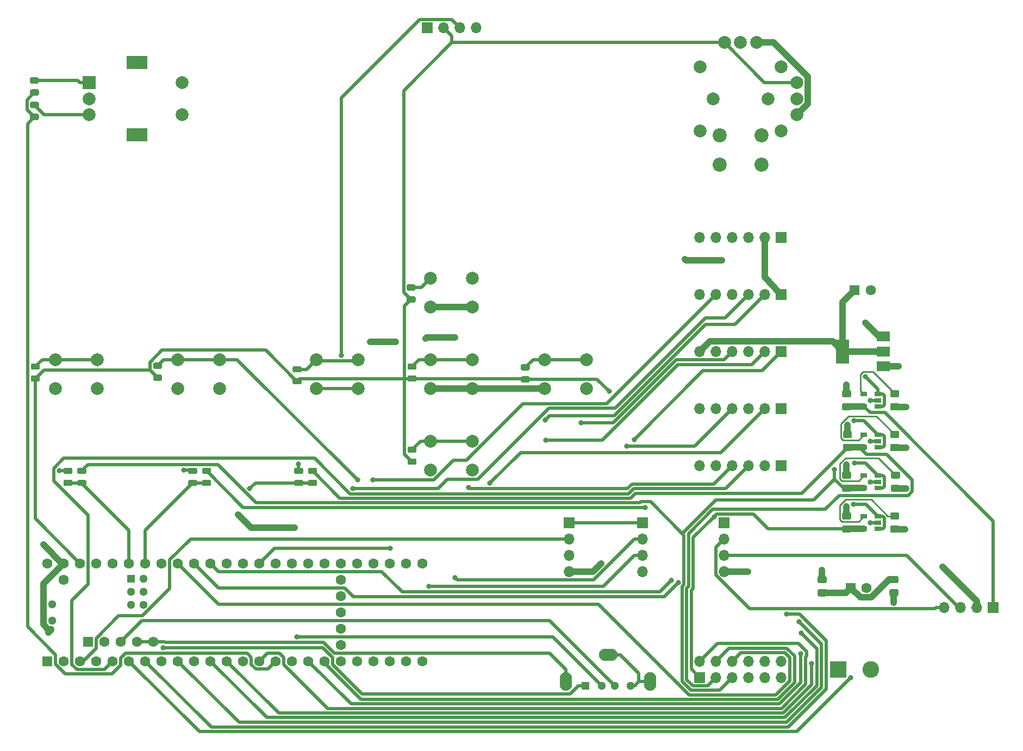
<source format=gbr>
%TF.GenerationSoftware,KiCad,Pcbnew,(5.1.6)-1*%
%TF.CreationDate,2020-11-12T15:31:55-08:00*%
%TF.ProjectId,userinterfacepcb,75736572-696e-4746-9572-666163657063,rev?*%
%TF.SameCoordinates,Original*%
%TF.FileFunction,Copper,L1,Top*%
%TF.FilePolarity,Positive*%
%FSLAX46Y46*%
G04 Gerber Fmt 4.6, Leading zero omitted, Abs format (unit mm)*
G04 Created by KiCad (PCBNEW (5.1.6)-1) date 2020-11-12 15:31:55*
%MOMM*%
%LPD*%
G01*
G04 APERTURE LIST*
%TA.AperFunction,ComponentPad*%
%ADD10C,1.600000*%
%TD*%
%TA.AperFunction,ComponentPad*%
%ADD11R,1.600000X1.600000*%
%TD*%
%TA.AperFunction,ComponentPad*%
%ADD12R,2.000000X2.000000*%
%TD*%
%TA.AperFunction,ComponentPad*%
%ADD13C,2.000000*%
%TD*%
%TA.AperFunction,ComponentPad*%
%ADD14R,3.200000X2.000000*%
%TD*%
%TA.AperFunction,WasherPad*%
%ADD15C,2.000000*%
%TD*%
%TA.AperFunction,ComponentPad*%
%ADD16C,2.200000*%
%TD*%
%TA.AperFunction,SMDPad,CuDef*%
%ADD17R,1.060000X0.650000*%
%TD*%
%TA.AperFunction,SMDPad,CuDef*%
%ADD18R,2.000000X1.500000*%
%TD*%
%TA.AperFunction,SMDPad,CuDef*%
%ADD19R,2.000000X3.800000*%
%TD*%
%TA.AperFunction,ComponentPad*%
%ADD20O,1.700000X1.700000*%
%TD*%
%TA.AperFunction,ComponentPad*%
%ADD21R,1.700000X1.700000*%
%TD*%
%TA.AperFunction,ComponentPad*%
%ADD22C,2.600000*%
%TD*%
%TA.AperFunction,ComponentPad*%
%ADD23R,2.600000X2.600000*%
%TD*%
%TA.AperFunction,ComponentPad*%
%ADD24O,2.900000X1.900000*%
%TD*%
%TA.AperFunction,ComponentPad*%
%ADD25O,1.900000X2.900000*%
%TD*%
%TA.AperFunction,ComponentPad*%
%ADD26C,1.300000*%
%TD*%
%TA.AperFunction,ComponentPad*%
%ADD27R,1.300000X1.300000*%
%TD*%
%TA.AperFunction,ViaPad*%
%ADD28C,0.800000*%
%TD*%
%TA.AperFunction,Conductor*%
%ADD29C,0.500000*%
%TD*%
%TA.AperFunction,Conductor*%
%ADD30C,1.000000*%
%TD*%
%TA.AperFunction,Conductor*%
%ADD31C,0.250000*%
%TD*%
G04 APERTURE END LIST*
D10*
%TO.P,C2,2*%
%TO.N,GND*%
X245705000Y-114300000D03*
D11*
%TO.P,C2,1*%
%TO.N,+15V*%
X243205000Y-114300000D03*
%TD*%
%TO.P,C1,2*%
%TO.N,GND*%
%TA.AperFunction,SMDPad,CuDef*%
G36*
G01*
X249485999Y-114496000D02*
X250386001Y-114496000D01*
G75*
G02*
X250636000Y-114745999I0J-249999D01*
G01*
X250636000Y-115396001D01*
G75*
G02*
X250386001Y-115646000I-249999J0D01*
G01*
X249485999Y-115646000D01*
G75*
G02*
X249236000Y-115396001I0J249999D01*
G01*
X249236000Y-114745999D01*
G75*
G02*
X249485999Y-114496000I249999J0D01*
G01*
G37*
%TD.AperFunction*%
%TO.P,C1,1*%
%TO.N,+15V*%
%TA.AperFunction,SMDPad,CuDef*%
G36*
G01*
X249485999Y-112446000D02*
X250386001Y-112446000D01*
G75*
G02*
X250636000Y-112695999I0J-249999D01*
G01*
X250636000Y-113346001D01*
G75*
G02*
X250386001Y-113596000I-249999J0D01*
G01*
X249485999Y-113596000D01*
G75*
G02*
X249236000Y-113346001I0J249999D01*
G01*
X249236000Y-112695999D01*
G75*
G02*
X249485999Y-112446000I249999J0D01*
G01*
G37*
%TD.AperFunction*%
%TD*%
D12*
%TO.P,SW1,A*%
%TO.N,Net-(R6-Pad2)*%
X124587000Y-35598100D03*
D13*
%TO.P,SW1,C*%
%TO.N,GND*%
X124587000Y-38098100D03*
%TO.P,SW1,B*%
%TO.N,Net-(R5-Pad2)*%
X124587000Y-40598100D03*
D14*
%TO.P,SW1,MP*%
%TO.N,N/C*%
X132087000Y-32498100D03*
X132087000Y-43698100D03*
D13*
%TO.P,SW1,S2*%
X139087000Y-35598100D03*
%TO.P,SW1,S1*%
X139087000Y-40598100D03*
%TD*%
%TO.P,R19,2*%
%TO.N,/ENCODERSEL*%
%TA.AperFunction,SMDPad,CuDef*%
G36*
G01*
X116661250Y-80322000D02*
X115748750Y-80322000D01*
G75*
G02*
X115505000Y-80078250I0J243750D01*
G01*
X115505000Y-79590750D01*
G75*
G02*
X115748750Y-79347000I243750J0D01*
G01*
X116661250Y-79347000D01*
G75*
G02*
X116905000Y-79590750I0J-243750D01*
G01*
X116905000Y-80078250D01*
G75*
G02*
X116661250Y-80322000I-243750J0D01*
G01*
G37*
%TD.AperFunction*%
%TO.P,R19,1*%
%TO.N,+3V3*%
%TA.AperFunction,SMDPad,CuDef*%
G36*
G01*
X116661250Y-82197000D02*
X115748750Y-82197000D01*
G75*
G02*
X115505000Y-81953250I0J243750D01*
G01*
X115505000Y-81465750D01*
G75*
G02*
X115748750Y-81222000I243750J0D01*
G01*
X116661250Y-81222000D01*
G75*
G02*
X116905000Y-81465750I0J-243750D01*
G01*
X116905000Y-81953250D01*
G75*
G02*
X116661250Y-82197000I-243750J0D01*
G01*
G37*
%TD.AperFunction*%
%TD*%
%TO.P,R17,2*%
%TO.N,/SELECT*%
%TA.AperFunction,SMDPad,CuDef*%
G36*
G01*
X175335250Y-80322000D02*
X174422750Y-80322000D01*
G75*
G02*
X174179000Y-80078250I0J243750D01*
G01*
X174179000Y-79590750D01*
G75*
G02*
X174422750Y-79347000I243750J0D01*
G01*
X175335250Y-79347000D01*
G75*
G02*
X175579000Y-79590750I0J-243750D01*
G01*
X175579000Y-80078250D01*
G75*
G02*
X175335250Y-80322000I-243750J0D01*
G01*
G37*
%TD.AperFunction*%
%TO.P,R17,1*%
%TO.N,+3V3*%
%TA.AperFunction,SMDPad,CuDef*%
G36*
G01*
X175335250Y-82197000D02*
X174422750Y-82197000D01*
G75*
G02*
X174179000Y-81953250I0J243750D01*
G01*
X174179000Y-81465750D01*
G75*
G02*
X174422750Y-81222000I243750J0D01*
G01*
X175335250Y-81222000D01*
G75*
G02*
X175579000Y-81465750I0J-243750D01*
G01*
X175579000Y-81953250D01*
G75*
G02*
X175335250Y-82197000I-243750J0D01*
G01*
G37*
%TD.AperFunction*%
%TD*%
%TO.P,R16,2*%
%TO.N,/RIGHT*%
%TA.AperFunction,SMDPad,CuDef*%
G36*
G01*
X192988250Y-80449000D02*
X192075750Y-80449000D01*
G75*
G02*
X191832000Y-80205250I0J243750D01*
G01*
X191832000Y-79717750D01*
G75*
G02*
X192075750Y-79474000I243750J0D01*
G01*
X192988250Y-79474000D01*
G75*
G02*
X193232000Y-79717750I0J-243750D01*
G01*
X193232000Y-80205250D01*
G75*
G02*
X192988250Y-80449000I-243750J0D01*
G01*
G37*
%TD.AperFunction*%
%TO.P,R16,1*%
%TO.N,+3V3*%
%TA.AperFunction,SMDPad,CuDef*%
G36*
G01*
X192988250Y-82324000D02*
X192075750Y-82324000D01*
G75*
G02*
X191832000Y-82080250I0J243750D01*
G01*
X191832000Y-81592750D01*
G75*
G02*
X192075750Y-81349000I243750J0D01*
G01*
X192988250Y-81349000D01*
G75*
G02*
X193232000Y-81592750I0J-243750D01*
G01*
X193232000Y-82080250D01*
G75*
G02*
X192988250Y-82324000I-243750J0D01*
G01*
G37*
%TD.AperFunction*%
%TD*%
D15*
%TO.P,U5,*%
%TO.N,*%
X230360000Y-38100000D03*
X221760000Y-38100000D03*
X232385000Y-43100000D03*
X219735000Y-43100000D03*
X232385000Y-33100000D03*
X219735000Y-33100000D03*
D16*
%TO.P,U5,10*%
%TO.N,N/C*%
X229310000Y-48350000D03*
%TO.P,U5,9*%
X229310000Y-43850000D03*
%TO.P,U5,8*%
X222810000Y-48350000D03*
%TO.P,U5,7*%
X222810000Y-43850000D03*
D13*
%TO.P,U5,1*%
%TO.N,GND*%
X234790000Y-40600000D03*
%TO.P,U5,3*%
%TO.N,+3V3*%
X234790000Y-35600000D03*
%TO.P,U5,2*%
%TO.N,/JOYAX2*%
X234790000Y-38100000D03*
%TO.P,U5,4*%
%TO.N,GND*%
X228560000Y-29370000D03*
%TO.P,U5,6*%
%TO.N,+3V3*%
X223560000Y-29370000D03*
%TO.P,U5,5*%
%TO.N,/JOYAX1*%
X226060000Y-29370000D03*
%TD*%
%TO.P,R14,2*%
%TO.N,/DOWN*%
%TA.AperFunction,SMDPad,CuDef*%
G36*
G01*
X175335250Y-93276000D02*
X174422750Y-93276000D01*
G75*
G02*
X174179000Y-93032250I0J243750D01*
G01*
X174179000Y-92544750D01*
G75*
G02*
X174422750Y-92301000I243750J0D01*
G01*
X175335250Y-92301000D01*
G75*
G02*
X175579000Y-92544750I0J-243750D01*
G01*
X175579000Y-93032250D01*
G75*
G02*
X175335250Y-93276000I-243750J0D01*
G01*
G37*
%TD.AperFunction*%
%TO.P,R14,1*%
%TO.N,+3V3*%
%TA.AperFunction,SMDPad,CuDef*%
G36*
G01*
X175335250Y-95151000D02*
X174422750Y-95151000D01*
G75*
G02*
X174179000Y-94907250I0J243750D01*
G01*
X174179000Y-94419750D01*
G75*
G02*
X174422750Y-94176000I243750J0D01*
G01*
X175335250Y-94176000D01*
G75*
G02*
X175579000Y-94419750I0J-243750D01*
G01*
X175579000Y-94907250D01*
G75*
G02*
X175335250Y-95151000I-243750J0D01*
G01*
G37*
%TD.AperFunction*%
%TD*%
%TO.P,SW5,1*%
%TO.N,/RIGHT*%
X202080000Y-78740000D03*
%TO.P,SW5,2*%
%TO.N,GND*%
X202080000Y-83240000D03*
%TO.P,SW5,1*%
%TO.N,/RIGHT*%
X195580000Y-78740000D03*
%TO.P,SW5,2*%
%TO.N,GND*%
X195580000Y-83240000D03*
%TD*%
D17*
%TO.P,U7,5*%
%TO.N,/33VBAR*%
X245280000Y-86040000D03*
%TO.P,U7,4*%
%TO.N,Net-(C7-Pad1)*%
X245280000Y-84140000D03*
%TO.P,U7,3*%
%TO.N,+15V*%
X247480000Y-84140000D03*
%TO.P,U7,2*%
%TO.N,GND*%
X247480000Y-85090000D03*
%TO.P,U7,1*%
%TO.N,+15V*%
X247480000Y-86040000D03*
%TD*%
D13*
%TO.P,SW8,1*%
%TO.N,/ENCODERSEL*%
X125880000Y-78740000D03*
%TO.P,SW8,2*%
%TO.N,GND*%
X125880000Y-83240000D03*
%TO.P,SW8,1*%
%TO.N,/ENCODERSEL*%
X119380000Y-78740000D03*
%TO.P,SW8,2*%
%TO.N,GND*%
X119380000Y-83240000D03*
%TD*%
%TO.P,SW4,1*%
%TO.N,/LEFT*%
X166520000Y-78740000D03*
%TO.P,SW4,2*%
%TO.N,GND*%
X166520000Y-83240000D03*
%TO.P,SW4,1*%
%TO.N,/LEFT*%
X160020000Y-78740000D03*
%TO.P,SW4,2*%
%TO.N,GND*%
X160020000Y-83240000D03*
%TD*%
%TO.P,R18,2*%
%TO.N,/NEXT*%
%TA.AperFunction,SMDPad,CuDef*%
G36*
G01*
X135711250Y-80195000D02*
X134798750Y-80195000D01*
G75*
G02*
X134555000Y-79951250I0J243750D01*
G01*
X134555000Y-79463750D01*
G75*
G02*
X134798750Y-79220000I243750J0D01*
G01*
X135711250Y-79220000D01*
G75*
G02*
X135955000Y-79463750I0J-243750D01*
G01*
X135955000Y-79951250D01*
G75*
G02*
X135711250Y-80195000I-243750J0D01*
G01*
G37*
%TD.AperFunction*%
%TO.P,R18,1*%
%TO.N,+3V3*%
%TA.AperFunction,SMDPad,CuDef*%
G36*
G01*
X135711250Y-82070000D02*
X134798750Y-82070000D01*
G75*
G02*
X134555000Y-81826250I0J243750D01*
G01*
X134555000Y-81338750D01*
G75*
G02*
X134798750Y-81095000I243750J0D01*
G01*
X135711250Y-81095000D01*
G75*
G02*
X135955000Y-81338750I0J-243750D01*
G01*
X135955000Y-81826250D01*
G75*
G02*
X135711250Y-82070000I-243750J0D01*
G01*
G37*
%TD.AperFunction*%
%TD*%
%TO.P,SW3,1*%
%TO.N,/DOWN*%
X184300000Y-91440000D03*
%TO.P,SW3,2*%
%TO.N,GND*%
X184300000Y-95940000D03*
%TO.P,SW3,1*%
%TO.N,/DOWN*%
X177800000Y-91440000D03*
%TO.P,SW3,2*%
%TO.N,GND*%
X177800000Y-95940000D03*
%TD*%
%TO.P,R15,2*%
%TO.N,/LEFT*%
%TA.AperFunction,SMDPad,CuDef*%
G36*
G01*
X157428250Y-80751500D02*
X156515750Y-80751500D01*
G75*
G02*
X156272000Y-80507750I0J243750D01*
G01*
X156272000Y-80020250D01*
G75*
G02*
X156515750Y-79776500I243750J0D01*
G01*
X157428250Y-79776500D01*
G75*
G02*
X157672000Y-80020250I0J-243750D01*
G01*
X157672000Y-80507750D01*
G75*
G02*
X157428250Y-80751500I-243750J0D01*
G01*
G37*
%TD.AperFunction*%
%TO.P,R15,1*%
%TO.N,+3V3*%
%TA.AperFunction,SMDPad,CuDef*%
G36*
G01*
X157428250Y-82626500D02*
X156515750Y-82626500D01*
G75*
G02*
X156272000Y-82382750I0J243750D01*
G01*
X156272000Y-81895250D01*
G75*
G02*
X156515750Y-81651500I243750J0D01*
G01*
X157428250Y-81651500D01*
G75*
G02*
X157672000Y-81895250I0J-243750D01*
G01*
X157672000Y-82382750D01*
G75*
G02*
X157428250Y-82626500I-243750J0D01*
G01*
G37*
%TD.AperFunction*%
%TD*%
%TO.P,SW7,1*%
%TO.N,/NEXT*%
X144930000Y-78740000D03*
%TO.P,SW7,2*%
%TO.N,GND*%
X144930000Y-83240000D03*
%TO.P,SW7,1*%
%TO.N,/NEXT*%
X138430000Y-78740000D03*
%TO.P,SW7,2*%
%TO.N,GND*%
X138430000Y-83240000D03*
%TD*%
%TO.P,SW2,1*%
%TO.N,/UP*%
X184300000Y-66040000D03*
%TO.P,SW2,2*%
%TO.N,GND*%
X184300000Y-70540000D03*
%TO.P,SW2,1*%
%TO.N,/UP*%
X177800000Y-66040000D03*
%TO.P,SW2,2*%
%TO.N,GND*%
X177800000Y-70540000D03*
%TD*%
D18*
%TO.P,U6,1*%
%TO.N,GND*%
X248260000Y-79770000D03*
%TO.P,U6,3*%
%TO.N,+15V*%
X248260000Y-75170000D03*
%TO.P,U6,2*%
%TO.N,+5V*%
X248260000Y-77470000D03*
D19*
X241960000Y-77470000D03*
%TD*%
D13*
%TO.P,SW6,1*%
%TO.N,/SELECT*%
X184300000Y-78740000D03*
%TO.P,SW6,2*%
%TO.N,GND*%
X184300000Y-83240000D03*
%TO.P,SW6,1*%
%TO.N,/SELECT*%
X177800000Y-78740000D03*
%TO.P,SW6,2*%
%TO.N,GND*%
X177800000Y-83240000D03*
%TD*%
%TO.P,C3,2*%
%TO.N,GND*%
%TA.AperFunction,SMDPad,CuDef*%
G36*
G01*
X239210001Y-113605000D02*
X238309999Y-113605000D01*
G75*
G02*
X238060000Y-113355001I0J249999D01*
G01*
X238060000Y-112704999D01*
G75*
G02*
X238309999Y-112455000I249999J0D01*
G01*
X239210001Y-112455000D01*
G75*
G02*
X239460000Y-112704999I0J-249999D01*
G01*
X239460000Y-113355001D01*
G75*
G02*
X239210001Y-113605000I-249999J0D01*
G01*
G37*
%TD.AperFunction*%
%TO.P,C3,1*%
%TO.N,+15V*%
%TA.AperFunction,SMDPad,CuDef*%
G36*
G01*
X239210001Y-115655000D02*
X238309999Y-115655000D01*
G75*
G02*
X238060000Y-115405001I0J249999D01*
G01*
X238060000Y-114754999D01*
G75*
G02*
X238309999Y-114505000I249999J0D01*
G01*
X239210001Y-114505000D01*
G75*
G02*
X239460000Y-114754999I0J-249999D01*
G01*
X239460000Y-115405001D01*
G75*
G02*
X239210001Y-115655000I-249999J0D01*
G01*
G37*
%TD.AperFunction*%
%TD*%
D10*
%TO.P,C11,2*%
%TO.N,GND*%
X246340000Y-67945000D03*
D11*
%TO.P,C11,1*%
%TO.N,+5V*%
X243840000Y-67945000D03*
%TD*%
%TO.P,C12,2*%
%TO.N,GND*%
%TA.AperFunction,SMDPad,CuDef*%
G36*
G01*
X243020001Y-84640000D02*
X242119999Y-84640000D01*
G75*
G02*
X241870000Y-84390001I0J249999D01*
G01*
X241870000Y-83739999D01*
G75*
G02*
X242119999Y-83490000I249999J0D01*
G01*
X243020001Y-83490000D01*
G75*
G02*
X243270000Y-83739999I0J-249999D01*
G01*
X243270000Y-84390001D01*
G75*
G02*
X243020001Y-84640000I-249999J0D01*
G01*
G37*
%TD.AperFunction*%
%TO.P,C12,1*%
%TO.N,/33VBAR*%
%TA.AperFunction,SMDPad,CuDef*%
G36*
G01*
X243020001Y-86690000D02*
X242119999Y-86690000D01*
G75*
G02*
X241870000Y-86440001I0J249999D01*
G01*
X241870000Y-85789999D01*
G75*
G02*
X242119999Y-85540000I249999J0D01*
G01*
X243020001Y-85540000D01*
G75*
G02*
X243270000Y-85789999I0J-249999D01*
G01*
X243270000Y-86440001D01*
G75*
G02*
X243020001Y-86690000I-249999J0D01*
G01*
G37*
%TD.AperFunction*%
%TD*%
%TO.P,C9,2*%
%TO.N,GND*%
%TA.AperFunction,SMDPad,CuDef*%
G36*
G01*
X243020001Y-97340000D02*
X242119999Y-97340000D01*
G75*
G02*
X241870000Y-97090001I0J249999D01*
G01*
X241870000Y-96439999D01*
G75*
G02*
X242119999Y-96190000I249999J0D01*
G01*
X243020001Y-96190000D01*
G75*
G02*
X243270000Y-96439999I0J-249999D01*
G01*
X243270000Y-97090001D01*
G75*
G02*
X243020001Y-97340000I-249999J0D01*
G01*
G37*
%TD.AperFunction*%
%TO.P,C9,1*%
%TO.N,+5VA*%
%TA.AperFunction,SMDPad,CuDef*%
G36*
G01*
X243020001Y-99390000D02*
X242119999Y-99390000D01*
G75*
G02*
X241870000Y-99140001I0J249999D01*
G01*
X241870000Y-98489999D01*
G75*
G02*
X242119999Y-98240000I249999J0D01*
G01*
X243020001Y-98240000D01*
G75*
G02*
X243270000Y-98489999I0J-249999D01*
G01*
X243270000Y-99140001D01*
G75*
G02*
X243020001Y-99390000I-249999J0D01*
G01*
G37*
%TD.AperFunction*%
%TD*%
%TO.P,C6,2*%
%TO.N,GND*%
%TA.AperFunction,SMDPad,CuDef*%
G36*
G01*
X249612999Y-91890000D02*
X250513001Y-91890000D01*
G75*
G02*
X250763000Y-92139999I0J-249999D01*
G01*
X250763000Y-92790001D01*
G75*
G02*
X250513001Y-93040000I-249999J0D01*
G01*
X249612999Y-93040000D01*
G75*
G02*
X249363000Y-92790001I0J249999D01*
G01*
X249363000Y-92139999D01*
G75*
G02*
X249612999Y-91890000I249999J0D01*
G01*
G37*
%TD.AperFunction*%
%TO.P,C6,1*%
%TO.N,Net-(C6-Pad1)*%
%TA.AperFunction,SMDPad,CuDef*%
G36*
G01*
X249612999Y-89840000D02*
X250513001Y-89840000D01*
G75*
G02*
X250763000Y-90089999I0J-249999D01*
G01*
X250763000Y-90740001D01*
G75*
G02*
X250513001Y-90990000I-249999J0D01*
G01*
X249612999Y-90990000D01*
G75*
G02*
X249363000Y-90740001I0J249999D01*
G01*
X249363000Y-90089999D01*
G75*
G02*
X249612999Y-89840000I249999J0D01*
G01*
G37*
%TD.AperFunction*%
%TD*%
%TO.P,C8,2*%
%TO.N,GND*%
%TA.AperFunction,SMDPad,CuDef*%
G36*
G01*
X243020001Y-103690000D02*
X242119999Y-103690000D01*
G75*
G02*
X241870000Y-103440001I0J249999D01*
G01*
X241870000Y-102789999D01*
G75*
G02*
X242119999Y-102540000I249999J0D01*
G01*
X243020001Y-102540000D01*
G75*
G02*
X243270000Y-102789999I0J-249999D01*
G01*
X243270000Y-103440001D01*
G75*
G02*
X243020001Y-103690000I-249999J0D01*
G01*
G37*
%TD.AperFunction*%
%TO.P,C8,1*%
%TO.N,+10V*%
%TA.AperFunction,SMDPad,CuDef*%
G36*
G01*
X243020001Y-105740000D02*
X242119999Y-105740000D01*
G75*
G02*
X241870000Y-105490001I0J249999D01*
G01*
X241870000Y-104839999D01*
G75*
G02*
X242119999Y-104590000I249999J0D01*
G01*
X243020001Y-104590000D01*
G75*
G02*
X243270000Y-104839999I0J-249999D01*
G01*
X243270000Y-105490001D01*
G75*
G02*
X243020001Y-105740000I-249999J0D01*
G01*
G37*
%TD.AperFunction*%
%TD*%
%TO.P,C5,2*%
%TO.N,GND*%
%TA.AperFunction,SMDPad,CuDef*%
G36*
G01*
X249739999Y-98231000D02*
X250640001Y-98231000D01*
G75*
G02*
X250890000Y-98480999I0J-249999D01*
G01*
X250890000Y-99131001D01*
G75*
G02*
X250640001Y-99381000I-249999J0D01*
G01*
X249739999Y-99381000D01*
G75*
G02*
X249490000Y-99131001I0J249999D01*
G01*
X249490000Y-98480999D01*
G75*
G02*
X249739999Y-98231000I249999J0D01*
G01*
G37*
%TD.AperFunction*%
%TO.P,C5,1*%
%TO.N,Net-(C5-Pad1)*%
%TA.AperFunction,SMDPad,CuDef*%
G36*
G01*
X249739999Y-96181000D02*
X250640001Y-96181000D01*
G75*
G02*
X250890000Y-96430999I0J-249999D01*
G01*
X250890000Y-97081001D01*
G75*
G02*
X250640001Y-97331000I-249999J0D01*
G01*
X249739999Y-97331000D01*
G75*
G02*
X249490000Y-97081001I0J249999D01*
G01*
X249490000Y-96430999D01*
G75*
G02*
X249739999Y-96181000I249999J0D01*
G01*
G37*
%TD.AperFunction*%
%TD*%
%TO.P,C4,2*%
%TO.N,GND*%
%TA.AperFunction,SMDPad,CuDef*%
G36*
G01*
X249612999Y-104590000D02*
X250513001Y-104590000D01*
G75*
G02*
X250763000Y-104839999I0J-249999D01*
G01*
X250763000Y-105490001D01*
G75*
G02*
X250513001Y-105740000I-249999J0D01*
G01*
X249612999Y-105740000D01*
G75*
G02*
X249363000Y-105490001I0J249999D01*
G01*
X249363000Y-104839999D01*
G75*
G02*
X249612999Y-104590000I249999J0D01*
G01*
G37*
%TD.AperFunction*%
%TO.P,C4,1*%
%TO.N,Net-(C4-Pad1)*%
%TA.AperFunction,SMDPad,CuDef*%
G36*
G01*
X249612999Y-102540000D02*
X250513001Y-102540000D01*
G75*
G02*
X250763000Y-102789999I0J-249999D01*
G01*
X250763000Y-103440001D01*
G75*
G02*
X250513001Y-103690000I-249999J0D01*
G01*
X249612999Y-103690000D01*
G75*
G02*
X249363000Y-103440001I0J249999D01*
G01*
X249363000Y-102789999D01*
G75*
G02*
X249612999Y-102540000I249999J0D01*
G01*
G37*
%TD.AperFunction*%
%TD*%
%TO.P,C10,2*%
%TO.N,GND*%
%TA.AperFunction,SMDPad,CuDef*%
G36*
G01*
X243147001Y-90990000D02*
X242246999Y-90990000D01*
G75*
G02*
X241997000Y-90740001I0J249999D01*
G01*
X241997000Y-90089999D01*
G75*
G02*
X242246999Y-89840000I249999J0D01*
G01*
X243147001Y-89840000D01*
G75*
G02*
X243397000Y-90089999I0J-249999D01*
G01*
X243397000Y-90740001D01*
G75*
G02*
X243147001Y-90990000I-249999J0D01*
G01*
G37*
%TD.AperFunction*%
%TO.P,C10,1*%
%TO.N,+3.3VA*%
%TA.AperFunction,SMDPad,CuDef*%
G36*
G01*
X243147001Y-93040000D02*
X242246999Y-93040000D01*
G75*
G02*
X241997000Y-92790001I0J249999D01*
G01*
X241997000Y-92139999D01*
G75*
G02*
X242246999Y-91890000I249999J0D01*
G01*
X243147001Y-91890000D01*
G75*
G02*
X243397000Y-92139999I0J-249999D01*
G01*
X243397000Y-92790001D01*
G75*
G02*
X243147001Y-93040000I-249999J0D01*
G01*
G37*
%TD.AperFunction*%
%TD*%
%TO.P,C7,2*%
%TO.N,GND*%
%TA.AperFunction,SMDPad,CuDef*%
G36*
G01*
X249612999Y-85540000D02*
X250513001Y-85540000D01*
G75*
G02*
X250763000Y-85789999I0J-249999D01*
G01*
X250763000Y-86440001D01*
G75*
G02*
X250513001Y-86690000I-249999J0D01*
G01*
X249612999Y-86690000D01*
G75*
G02*
X249363000Y-86440001I0J249999D01*
G01*
X249363000Y-85789999D01*
G75*
G02*
X249612999Y-85540000I249999J0D01*
G01*
G37*
%TD.AperFunction*%
%TO.P,C7,1*%
%TO.N,Net-(C7-Pad1)*%
%TA.AperFunction,SMDPad,CuDef*%
G36*
G01*
X249612999Y-83490000D02*
X250513001Y-83490000D01*
G75*
G02*
X250763000Y-83739999I0J-249999D01*
G01*
X250763000Y-84390001D01*
G75*
G02*
X250513001Y-84640000I-249999J0D01*
G01*
X249612999Y-84640000D01*
G75*
G02*
X249363000Y-84390001I0J249999D01*
G01*
X249363000Y-83739999D01*
G75*
G02*
X249612999Y-83490000I249999J0D01*
G01*
G37*
%TD.AperFunction*%
%TD*%
D20*
%TO.P,J8,6*%
%TO.N,+5V*%
X219710000Y-95250000D03*
%TO.P,J8,5*%
%TO.N,GND*%
X222250000Y-95250000D03*
%TO.P,J8,4*%
%TO.N,/STEPPER1_4*%
X224790000Y-95250000D03*
%TO.P,J8,3*%
%TO.N,/STEPPER1_3*%
X227330000Y-95250000D03*
%TO.P,J8,2*%
%TO.N,/STEPPER1_2*%
X229870000Y-95250000D03*
D21*
%TO.P,J8,1*%
%TO.N,/STEPPER1_1*%
X232410000Y-95250000D03*
%TD*%
D20*
%TO.P,J7,4*%
%TO.N,GND*%
X210820000Y-111760000D03*
%TO.P,J7,3*%
%TO.N,/RX2OUT*%
X210820000Y-109220000D03*
%TO.P,J7,2*%
%TO.N,/TX2OUT*%
X210820000Y-106680000D03*
D21*
%TO.P,J7,1*%
%TO.N,+3V3*%
X210820000Y-104140000D03*
%TD*%
D17*
%TO.P,U4,5*%
%TO.N,+3.3VA*%
X245280000Y-92390000D03*
%TO.P,U4,4*%
%TO.N,Net-(C6-Pad1)*%
X245280000Y-90490000D03*
%TO.P,U4,3*%
%TO.N,+15V*%
X247480000Y-90490000D03*
%TO.P,U4,2*%
%TO.N,GND*%
X247480000Y-91440000D03*
%TO.P,U4,1*%
%TO.N,+15V*%
X247480000Y-92390000D03*
%TD*%
D20*
%TO.P,J6,4*%
%TO.N,GND*%
X223520000Y-111760000D03*
%TO.P,J6,3*%
%TO.N,/DISPLAYSDA*%
X223520000Y-109220000D03*
%TO.P,J6,2*%
%TO.N,/DISPLAYSCL*%
X223520000Y-106680000D03*
D21*
%TO.P,J6,1*%
%TO.N,+3V3*%
X223520000Y-104140000D03*
%TD*%
D17*
%TO.P,U3,5*%
%TO.N,+5VA*%
X245280000Y-98740000D03*
%TO.P,U3,4*%
%TO.N,Net-(C5-Pad1)*%
X245280000Y-96840000D03*
%TO.P,U3,3*%
%TO.N,+15V*%
X247480000Y-96840000D03*
%TO.P,U3,2*%
%TO.N,GND*%
X247480000Y-97790000D03*
%TO.P,U3,1*%
%TO.N,+15V*%
X247480000Y-98740000D03*
%TD*%
%TO.P,U2,5*%
%TO.N,+10V*%
X245280000Y-105090000D03*
%TO.P,U2,4*%
%TO.N,Net-(C4-Pad1)*%
X245280000Y-103190000D03*
%TO.P,U2,3*%
%TO.N,+15V*%
X247480000Y-103190000D03*
%TO.P,U2,2*%
%TO.N,GND*%
X247480000Y-104140000D03*
%TO.P,U2,1*%
%TO.N,+15V*%
X247480000Y-105090000D03*
%TD*%
D22*
%TO.P,J1,2*%
%TO.N,GND*%
X246380000Y-127000000D03*
D23*
%TO.P,J1,1*%
%TO.N,+15V*%
X241300000Y-127000000D03*
%TD*%
D20*
%TO.P,J2,4*%
%TO.N,GND*%
X199390000Y-111760000D03*
%TO.P,J2,3*%
%TO.N,/RX1OUT*%
X199390000Y-109220000D03*
%TO.P,J2,2*%
%TO.N,/TX1OUT*%
X199390000Y-106680000D03*
D21*
%TO.P,J2,1*%
%TO.N,+3V3*%
X199390000Y-104140000D03*
%TD*%
D20*
%TO.P,J4,6*%
%TO.N,+10V*%
X219710000Y-68580000D03*
%TO.P,J4,5*%
%TO.N,/TIA_DIN*%
X222250000Y-68580000D03*
%TO.P,J4,4*%
%TO.N,/TIA_SCLK*%
X224790000Y-68580000D03*
%TO.P,J4,3*%
%TO.N,/TIA_DOUT*%
X227330000Y-68580000D03*
%TO.P,J4,2*%
%TO.N,/TIA_CONVST*%
X229870000Y-68580000D03*
D21*
%TO.P,J4,1*%
%TO.N,GND*%
X232410000Y-68580000D03*
%TD*%
D24*
%TO.P,J3,5*%
%TO.N,Net-(J3-Pad4)*%
X205430000Y-124760000D03*
D25*
X212000000Y-128940000D03*
X198860000Y-128940000D03*
D26*
%TO.P,J3,4*%
X208930000Y-129540000D03*
%TO.P,J3,3*%
%TO.N,Net-(J3-Pad3)*%
X206430000Y-129540000D03*
%TO.P,J3,2*%
%TO.N,Net-(J3-Pad2)*%
X204430000Y-129540000D03*
D27*
%TO.P,J3,1*%
%TO.N,Net-(J3-Pad1)*%
X201930000Y-129540000D03*
%TD*%
D26*
%TO.P,U1,67*%
%TO.N,N/C*%
X118840000Y-116840000D03*
%TO.P,U1,66*%
X118840000Y-119380000D03*
D10*
%TO.P,U1,54*%
X163830000Y-113030000D03*
%TO.P,U1,53*%
X163830000Y-115570000D03*
%TO.P,U1,52*%
X163830000Y-118110000D03*
%TO.P,U1,51*%
X163830000Y-120650000D03*
%TO.P,U1,50*%
X163830000Y-123190000D03*
D26*
%TO.P,U1,62*%
X131080000Y-116928400D03*
%TO.P,U1,63*%
X133080000Y-116928400D03*
%TO.P,U1,64*%
X133080000Y-114928400D03*
%TO.P,U1,61*%
X131080000Y-114928400D03*
%TO.P,U1,65*%
X133080000Y-112928400D03*
D27*
%TO.P,U1,60*%
X131080000Y-112928400D03*
D10*
%TO.P,U1,17*%
%TO.N,/STEPPER3_3*%
X158750000Y-125730000D03*
%TO.P,U1,18*%
%TO.N,/IO2*%
X161290000Y-125730000D03*
%TO.P,U1,19*%
%TO.N,/TIA_SCLK*%
X163830000Y-125730000D03*
%TO.P,U1,20*%
%TO.N,/RX2OUT*%
X166370000Y-125730000D03*
%TO.P,U1,16*%
%TO.N,/STEPPER3_4*%
X156210000Y-125730000D03*
%TO.P,U1,15*%
%TO.N,Net-(R5-Pad1)*%
X153670000Y-125730000D03*
%TO.P,U1,14*%
%TO.N,/IO1*%
X151130000Y-125730000D03*
%TO.P,U1,21*%
%TO.N,/TX2OUT*%
X168910000Y-125730000D03*
%TO.P,U1,22*%
%TO.N,Net-(R5-Pad2)*%
X171450000Y-125730000D03*
%TO.P,U1,23*%
%TO.N,Net-(R6-Pad2)*%
X173990000Y-125730000D03*
%TO.P,U1,24*%
%TO.N,/STEPPER3_1*%
X176530000Y-125730000D03*
%TO.P,U1,25*%
%TO.N,/STEPPER3_2*%
X176530000Y-110490000D03*
%TO.P,U1,26*%
%TO.N,/TIA_CONVST*%
X173990000Y-110490000D03*
%TO.P,U1,27*%
%TO.N,/DOWN*%
X171450000Y-110490000D03*
%TO.P,U1,28*%
%TO.N,/UP*%
X168910000Y-110490000D03*
%TO.P,U1,29*%
%TO.N,/NEXT*%
X166370000Y-110490000D03*
%TO.P,U1,30*%
%TO.N,/TIA_DIN*%
X163830000Y-110490000D03*
%TO.P,U1,31*%
%TO.N,/TIA_DOUT*%
X161290000Y-110490000D03*
%TO.P,U1,32*%
%TO.N,/SELECT*%
X158750000Y-110490000D03*
%TO.P,U1,33*%
%TO.N,/ENCODERSEL*%
X156210000Y-110490000D03*
%TO.P,U1,34*%
%TO.N,GND*%
X153670000Y-110490000D03*
%TO.P,U1,13*%
%TO.N,/PIEZOMOSI*%
X148590000Y-125730000D03*
%TO.P,U1,12*%
%TO.N,/PIEZOCS*%
X146050000Y-125730000D03*
%TO.P,U1,11*%
%TO.N,/STEPPER2_1*%
X143510000Y-125730000D03*
%TO.P,U1,10*%
%TO.N,/STEPPER2_2*%
X140970000Y-125730000D03*
%TO.P,U1,9*%
%TO.N,/STEPPER2_3*%
X138430000Y-125730000D03*
%TO.P,U1,8*%
%TO.N,/STEPPER2_4*%
X135890000Y-125730000D03*
%TO.P,U1,7*%
%TO.N,/STEPPER1_1*%
X133350000Y-125730000D03*
%TO.P,U1,6*%
%TO.N,/STEPPER1_2*%
X130810000Y-125730000D03*
%TO.P,U1,5*%
%TO.N,/STEPPER1_3*%
X128270000Y-125730000D03*
%TO.P,U1,4*%
%TO.N,/STEPPER1_4*%
X125730000Y-125730000D03*
%TO.P,U1,3*%
%TO.N,/TX1OUT*%
X123190000Y-125730000D03*
%TO.P,U1,2*%
%TO.N,/RX1OUT*%
X120650000Y-125730000D03*
D11*
%TO.P,U1,1*%
%TO.N,GND*%
X118110000Y-125730000D03*
D10*
%TO.P,U1,35*%
%TO.N,/PIEZOCLK*%
X151130000Y-110490000D03*
%TO.P,U1,36*%
%TO.N,/RIGHT*%
X148590000Y-110490000D03*
%TO.P,U1,37*%
%TO.N,/LEFT*%
X146050000Y-110490000D03*
%TO.P,U1,38*%
%TO.N,/DISPLAYSCL*%
X143510000Y-110490000D03*
%TO.P,U1,39*%
%TO.N,/DISPLAYSDA*%
X140970000Y-110490000D03*
%TO.P,U1,40*%
%TO.N,/IO3*%
X138430000Y-110490000D03*
%TO.P,U1,41*%
%TO.N,/33VMON*%
X135890000Y-110490000D03*
%TO.P,U1,42*%
%TO.N,/10VMON*%
X133350000Y-110490000D03*
%TO.P,U1,43*%
%TO.N,/5VMON*%
X130810000Y-110490000D03*
%TO.P,U1,44*%
%TO.N,/JOYAX2*%
X128270000Y-110490000D03*
%TO.P,U1,45*%
%TO.N,/JOYAX1*%
X125730000Y-110490000D03*
%TO.P,U1,46*%
%TO.N,+3V3*%
X123190000Y-110490000D03*
%TO.P,U1,47*%
%TO.N,GND*%
X120650000Y-110490000D03*
%TO.P,U1,48*%
%TO.N,+5V*%
X118110000Y-110490000D03*
D11*
%TO.P,U1,55*%
%TO.N,Net-(J3-Pad1)*%
X124409200Y-122679200D03*
D10*
%TO.P,U1,56*%
%TO.N,Net-(J3-Pad2)*%
X126949200Y-122679200D03*
%TO.P,U1,57*%
%TO.N,Net-(J3-Pad3)*%
X129489200Y-122679200D03*
%TO.P,U1,58*%
%TO.N,Net-(J3-Pad4)*%
X132029200Y-122679200D03*
%TO.P,U1,59*%
X134569200Y-122679200D03*
%TO.P,U1,49*%
%TO.N,N/C*%
X120650000Y-113030000D03*
%TD*%
D20*
%TO.P,J5,6*%
%TO.N,/PIEZOCLK*%
X219710000Y-59690000D03*
%TO.P,J5,5*%
%TO.N,/PIEZOMOSI*%
X222250000Y-59690000D03*
%TO.P,J5,4*%
%TO.N,N/C*%
X224790000Y-59690000D03*
%TO.P,J5,3*%
%TO.N,/PIEZOCS*%
X227330000Y-59690000D03*
%TO.P,J5,2*%
%TO.N,GND*%
X229870000Y-59690000D03*
D21*
%TO.P,J5,1*%
%TO.N,+5VA*%
X232410000Y-59690000D03*
%TD*%
%TO.P,R10,2*%
%TO.N,GND*%
%TA.AperFunction,SMDPad,CuDef*%
G36*
G01*
X141172250Y-96578000D02*
X140259750Y-96578000D01*
G75*
G02*
X140016000Y-96334250I0J243750D01*
G01*
X140016000Y-95846750D01*
G75*
G02*
X140259750Y-95603000I243750J0D01*
G01*
X141172250Y-95603000D01*
G75*
G02*
X141416000Y-95846750I0J-243750D01*
G01*
X141416000Y-96334250D01*
G75*
G02*
X141172250Y-96578000I-243750J0D01*
G01*
G37*
%TD.AperFunction*%
%TO.P,R10,1*%
%TO.N,/10VMON*%
%TA.AperFunction,SMDPad,CuDef*%
G36*
G01*
X141172250Y-98453000D02*
X140259750Y-98453000D01*
G75*
G02*
X140016000Y-98209250I0J243750D01*
G01*
X140016000Y-97721750D01*
G75*
G02*
X140259750Y-97478000I243750J0D01*
G01*
X141172250Y-97478000D01*
G75*
G02*
X141416000Y-97721750I0J-243750D01*
G01*
X141416000Y-98209250D01*
G75*
G02*
X141172250Y-98453000I-243750J0D01*
G01*
G37*
%TD.AperFunction*%
%TD*%
%TO.P,R11,2*%
%TO.N,/33VMON*%
%TA.AperFunction,SMDPad,CuDef*%
G36*
G01*
X158928750Y-97478000D02*
X159841250Y-97478000D01*
G75*
G02*
X160085000Y-97721750I0J-243750D01*
G01*
X160085000Y-98209250D01*
G75*
G02*
X159841250Y-98453000I-243750J0D01*
G01*
X158928750Y-98453000D01*
G75*
G02*
X158685000Y-98209250I0J243750D01*
G01*
X158685000Y-97721750D01*
G75*
G02*
X158928750Y-97478000I243750J0D01*
G01*
G37*
%TD.AperFunction*%
%TO.P,R11,1*%
%TO.N,+3.3VA*%
%TA.AperFunction,SMDPad,CuDef*%
G36*
G01*
X158928750Y-95603000D02*
X159841250Y-95603000D01*
G75*
G02*
X160085000Y-95846750I0J-243750D01*
G01*
X160085000Y-96334250D01*
G75*
G02*
X159841250Y-96578000I-243750J0D01*
G01*
X158928750Y-96578000D01*
G75*
G02*
X158685000Y-96334250I0J243750D01*
G01*
X158685000Y-95846750D01*
G75*
G02*
X158928750Y-95603000I243750J0D01*
G01*
G37*
%TD.AperFunction*%
%TD*%
D20*
%TO.P,J9,6*%
%TO.N,+5V*%
X219710000Y-86360000D03*
%TO.P,J9,5*%
%TO.N,GND*%
X222250000Y-86360000D03*
%TO.P,J9,4*%
%TO.N,/STEPPER2_4*%
X224790000Y-86360000D03*
%TO.P,J9,3*%
%TO.N,/STEPPER2_3*%
X227330000Y-86360000D03*
%TO.P,J9,2*%
%TO.N,/STEPPER2_2*%
X229870000Y-86360000D03*
D21*
%TO.P,J9,1*%
%TO.N,/STEPPER2_1*%
X232410000Y-86360000D03*
%TD*%
D20*
%TO.P,J12,4*%
%TO.N,/DISPLAYSCL*%
X257810000Y-117348000D03*
%TO.P,J12,3*%
%TO.N,/DISPLAYSDA*%
X260350000Y-117348000D03*
%TO.P,J12,2*%
%TO.N,GND*%
X262890000Y-117348000D03*
D21*
%TO.P,J12,1*%
%TO.N,/33VBAR*%
X265430000Y-117348000D03*
%TD*%
%TO.P,R8,2*%
%TO.N,GND*%
%TA.AperFunction,SMDPad,CuDef*%
G36*
G01*
X121741250Y-96578000D02*
X120828750Y-96578000D01*
G75*
G02*
X120585000Y-96334250I0J243750D01*
G01*
X120585000Y-95846750D01*
G75*
G02*
X120828750Y-95603000I243750J0D01*
G01*
X121741250Y-95603000D01*
G75*
G02*
X121985000Y-95846750I0J-243750D01*
G01*
X121985000Y-96334250D01*
G75*
G02*
X121741250Y-96578000I-243750J0D01*
G01*
G37*
%TD.AperFunction*%
%TO.P,R8,1*%
%TO.N,/5VMON*%
%TA.AperFunction,SMDPad,CuDef*%
G36*
G01*
X121741250Y-98453000D02*
X120828750Y-98453000D01*
G75*
G02*
X120585000Y-98209250I0J243750D01*
G01*
X120585000Y-97721750D01*
G75*
G02*
X120828750Y-97478000I243750J0D01*
G01*
X121741250Y-97478000D01*
G75*
G02*
X121985000Y-97721750I0J-243750D01*
G01*
X121985000Y-98209250D01*
G75*
G02*
X121741250Y-98453000I-243750J0D01*
G01*
G37*
%TD.AperFunction*%
%TD*%
D20*
%TO.P,J11,6*%
%TO.N,+5V*%
X219710000Y-77470000D03*
%TO.P,J11,5*%
%TO.N,GND*%
X222250000Y-77470000D03*
%TO.P,J11,4*%
%TO.N,/STEPPER3_4*%
X224790000Y-77470000D03*
%TO.P,J11,3*%
%TO.N,/STEPPER3_3*%
X227330000Y-77470000D03*
%TO.P,J11,2*%
%TO.N,/STEPPER3_2*%
X229870000Y-77470000D03*
D21*
%TO.P,J11,1*%
%TO.N,/STEPPER3_1*%
X232410000Y-77470000D03*
%TD*%
%TO.P,R6,2*%
%TO.N,Net-(R6-Pad2)*%
%TA.AperFunction,SMDPad,CuDef*%
G36*
G01*
X116534250Y-35745000D02*
X115621750Y-35745000D01*
G75*
G02*
X115378000Y-35501250I0J243750D01*
G01*
X115378000Y-35013750D01*
G75*
G02*
X115621750Y-34770000I243750J0D01*
G01*
X116534250Y-34770000D01*
G75*
G02*
X116778000Y-35013750I0J-243750D01*
G01*
X116778000Y-35501250D01*
G75*
G02*
X116534250Y-35745000I-243750J0D01*
G01*
G37*
%TD.AperFunction*%
%TO.P,R6,1*%
%TO.N,Net-(R5-Pad1)*%
%TA.AperFunction,SMDPad,CuDef*%
G36*
G01*
X116534250Y-37620000D02*
X115621750Y-37620000D01*
G75*
G02*
X115378000Y-37376250I0J243750D01*
G01*
X115378000Y-36888750D01*
G75*
G02*
X115621750Y-36645000I243750J0D01*
G01*
X116534250Y-36645000D01*
G75*
G02*
X116778000Y-36888750I0J-243750D01*
G01*
X116778000Y-37376250D01*
G75*
G02*
X116534250Y-37620000I-243750J0D01*
G01*
G37*
%TD.AperFunction*%
%TD*%
%TO.P,R13,2*%
%TO.N,/UP*%
%TA.AperFunction,SMDPad,CuDef*%
G36*
G01*
X175208250Y-68003000D02*
X174295750Y-68003000D01*
G75*
G02*
X174052000Y-67759250I0J243750D01*
G01*
X174052000Y-67271750D01*
G75*
G02*
X174295750Y-67028000I243750J0D01*
G01*
X175208250Y-67028000D01*
G75*
G02*
X175452000Y-67271750I0J-243750D01*
G01*
X175452000Y-67759250D01*
G75*
G02*
X175208250Y-68003000I-243750J0D01*
G01*
G37*
%TD.AperFunction*%
%TO.P,R13,1*%
%TO.N,+3V3*%
%TA.AperFunction,SMDPad,CuDef*%
G36*
G01*
X175208250Y-69878000D02*
X174295750Y-69878000D01*
G75*
G02*
X174052000Y-69634250I0J243750D01*
G01*
X174052000Y-69146750D01*
G75*
G02*
X174295750Y-68903000I243750J0D01*
G01*
X175208250Y-68903000D01*
G75*
G02*
X175452000Y-69146750I0J-243750D01*
G01*
X175452000Y-69634250D01*
G75*
G02*
X175208250Y-69878000I-243750J0D01*
G01*
G37*
%TD.AperFunction*%
%TD*%
%TO.P,R5,2*%
%TO.N,Net-(R5-Pad2)*%
%TA.AperFunction,SMDPad,CuDef*%
G36*
G01*
X116534250Y-39555000D02*
X115621750Y-39555000D01*
G75*
G02*
X115378000Y-39311250I0J243750D01*
G01*
X115378000Y-38823750D01*
G75*
G02*
X115621750Y-38580000I243750J0D01*
G01*
X116534250Y-38580000D01*
G75*
G02*
X116778000Y-38823750I0J-243750D01*
G01*
X116778000Y-39311250D01*
G75*
G02*
X116534250Y-39555000I-243750J0D01*
G01*
G37*
%TD.AperFunction*%
%TO.P,R5,1*%
%TO.N,Net-(R5-Pad1)*%
%TA.AperFunction,SMDPad,CuDef*%
G36*
G01*
X116534250Y-41430000D02*
X115621750Y-41430000D01*
G75*
G02*
X115378000Y-41186250I0J243750D01*
G01*
X115378000Y-40698750D01*
G75*
G02*
X115621750Y-40455000I243750J0D01*
G01*
X116534250Y-40455000D01*
G75*
G02*
X116778000Y-40698750I0J-243750D01*
G01*
X116778000Y-41186250D01*
G75*
G02*
X116534250Y-41430000I-243750J0D01*
G01*
G37*
%TD.AperFunction*%
%TD*%
%TO.P,R9,2*%
%TO.N,/10VMON*%
%TA.AperFunction,SMDPad,CuDef*%
G36*
G01*
X142418750Y-97478000D02*
X143331250Y-97478000D01*
G75*
G02*
X143575000Y-97721750I0J-243750D01*
G01*
X143575000Y-98209250D01*
G75*
G02*
X143331250Y-98453000I-243750J0D01*
G01*
X142418750Y-98453000D01*
G75*
G02*
X142175000Y-98209250I0J243750D01*
G01*
X142175000Y-97721750D01*
G75*
G02*
X142418750Y-97478000I243750J0D01*
G01*
G37*
%TD.AperFunction*%
%TO.P,R9,1*%
%TO.N,+10V*%
%TA.AperFunction,SMDPad,CuDef*%
G36*
G01*
X142418750Y-95603000D02*
X143331250Y-95603000D01*
G75*
G02*
X143575000Y-95846750I0J-243750D01*
G01*
X143575000Y-96334250D01*
G75*
G02*
X143331250Y-96578000I-243750J0D01*
G01*
X142418750Y-96578000D01*
G75*
G02*
X142175000Y-96334250I0J243750D01*
G01*
X142175000Y-95846750D01*
G75*
G02*
X142418750Y-95603000I243750J0D01*
G01*
G37*
%TD.AperFunction*%
%TD*%
%TO.P,R12,2*%
%TO.N,GND*%
%TA.AperFunction,SMDPad,CuDef*%
G36*
G01*
X157682250Y-96578000D02*
X156769750Y-96578000D01*
G75*
G02*
X156526000Y-96334250I0J243750D01*
G01*
X156526000Y-95846750D01*
G75*
G02*
X156769750Y-95603000I243750J0D01*
G01*
X157682250Y-95603000D01*
G75*
G02*
X157926000Y-95846750I0J-243750D01*
G01*
X157926000Y-96334250D01*
G75*
G02*
X157682250Y-96578000I-243750J0D01*
G01*
G37*
%TD.AperFunction*%
%TO.P,R12,1*%
%TO.N,/33VMON*%
%TA.AperFunction,SMDPad,CuDef*%
G36*
G01*
X157682250Y-98453000D02*
X156769750Y-98453000D01*
G75*
G02*
X156526000Y-98209250I0J243750D01*
G01*
X156526000Y-97721750D01*
G75*
G02*
X156769750Y-97478000I243750J0D01*
G01*
X157682250Y-97478000D01*
G75*
G02*
X157926000Y-97721750I0J-243750D01*
G01*
X157926000Y-98209250D01*
G75*
G02*
X157682250Y-98453000I-243750J0D01*
G01*
G37*
%TD.AperFunction*%
%TD*%
D20*
%TO.P,J13,4*%
%TO.N,/DISPLAYSDA*%
X184912000Y-27051000D03*
%TO.P,J13,3*%
%TO.N,/DISPLAYSCL*%
X182372000Y-27051000D03*
%TO.P,J13,2*%
%TO.N,+3V3*%
X179832000Y-27051000D03*
D21*
%TO.P,J13,1*%
%TO.N,GND*%
X177292000Y-27051000D03*
%TD*%
%TO.P,R7,2*%
%TO.N,/5VMON*%
%TA.AperFunction,SMDPad,CuDef*%
G36*
G01*
X122987750Y-97478000D02*
X123900250Y-97478000D01*
G75*
G02*
X124144000Y-97721750I0J-243750D01*
G01*
X124144000Y-98209250D01*
G75*
G02*
X123900250Y-98453000I-243750J0D01*
G01*
X122987750Y-98453000D01*
G75*
G02*
X122744000Y-98209250I0J243750D01*
G01*
X122744000Y-97721750D01*
G75*
G02*
X122987750Y-97478000I243750J0D01*
G01*
G37*
%TD.AperFunction*%
%TO.P,R7,1*%
%TO.N,+5VA*%
%TA.AperFunction,SMDPad,CuDef*%
G36*
G01*
X122987750Y-95603000D02*
X123900250Y-95603000D01*
G75*
G02*
X124144000Y-95846750I0J-243750D01*
G01*
X124144000Y-96334250D01*
G75*
G02*
X123900250Y-96578000I-243750J0D01*
G01*
X122987750Y-96578000D01*
G75*
G02*
X122744000Y-96334250I0J243750D01*
G01*
X122744000Y-95846750D01*
G75*
G02*
X122987750Y-95603000I243750J0D01*
G01*
G37*
%TD.AperFunction*%
%TD*%
D20*
%TO.P,J10,12*%
%TO.N,GND*%
X232410000Y-125730000D03*
%TO.P,J10,11*%
X232410000Y-128270000D03*
%TO.P,J10,10*%
X229870000Y-125730000D03*
%TO.P,J10,9*%
%TO.N,/33VBAR*%
X229870000Y-128270000D03*
%TO.P,J10,8*%
%TO.N,GND*%
X227330000Y-125730000D03*
%TO.P,J10,7*%
%TO.N,+5V*%
X227330000Y-128270000D03*
%TO.P,J10,6*%
%TO.N,/IO3*%
X224790000Y-125730000D03*
%TO.P,J10,5*%
%TO.N,+5VA*%
X224790000Y-128270000D03*
%TO.P,J10,4*%
%TO.N,/IO2*%
X222250000Y-125730000D03*
%TO.P,J10,3*%
%TO.N,+3.3VA*%
X222250000Y-128270000D03*
%TO.P,J10,2*%
%TO.N,/IO1*%
X219710000Y-125730000D03*
D21*
%TO.P,J10,1*%
%TO.N,+10V*%
X219710000Y-128270000D03*
%TD*%
D28*
%TO.N,GND*%
X119961000Y-96075900D03*
X157226000Y-94998200D03*
X139349300Y-95993600D03*
X246253000Y-104140000D03*
X246253000Y-97790000D03*
X246253000Y-85090000D03*
X249936000Y-116586000D03*
X251705000Y-105165000D03*
X238760000Y-111506000D03*
X246253000Y-91440000D03*
X242570000Y-101600000D03*
X242570000Y-95123000D03*
X250698000Y-79756000D03*
X242570000Y-82677000D03*
X242697000Y-88900000D03*
X251841000Y-86106000D03*
X251841000Y-98806000D03*
X251832000Y-92465000D03*
X230505000Y-66548000D03*
X204343000Y-110490000D03*
X227203000Y-111760000D03*
X257556000Y-110998000D03*
X156591000Y-104902000D03*
X147828000Y-102870000D03*
X181610000Y-75311000D03*
X177038000Y-75438000D03*
X168402000Y-75946000D03*
X172339000Y-75946000D03*
X217424000Y-63119000D03*
X223139000Y-63246000D03*
X118237000Y-121285000D03*
X117475000Y-107569000D03*
%TO.N,+15V*%
X243797000Y-94826000D03*
X243713000Y-88288000D03*
X245491000Y-81384000D03*
X245491000Y-73025000D03*
X243670000Y-101303000D03*
%TO.N,+10V*%
X211232200Y-101779000D03*
X221937000Y-103207700D03*
%TO.N,+5VA*%
X240696700Y-95908500D03*
%TO.N,+3V3*%
X205634300Y-83720000D03*
%TO.N,Net-(J3-Pad2)*%
X156973800Y-121914200D03*
%TO.N,Net-(J3-Pad1)*%
X136094200Y-123613400D03*
%TO.N,/PIEZOCLK*%
X171481100Y-108172700D03*
%TO.N,/PIEZOCS*%
X237098100Y-126134800D03*
%TO.N,/DISPLAYSDA*%
X216406600Y-113459700D03*
%TO.N,/DISPLAYSCL*%
X215304800Y-113119600D03*
X163879800Y-78073000D03*
%TO.N,/RX2OUT*%
X177480500Y-114085800D03*
%TO.N,/TX2OUT*%
X181572400Y-112765800D03*
%TO.N,/STEPPER1_4*%
X183723100Y-98673100D03*
%TO.N,/STEPPER1_2*%
X243221100Y-128329700D03*
%TO.N,/STEPPER1_1*%
X233246800Y-118415600D03*
%TO.N,/STEPPER2_4*%
X208361200Y-92276500D03*
%TO.N,/STEPPER2_3*%
X235174600Y-119614700D03*
%TO.N,/STEPPER2_2*%
X187028500Y-97972800D03*
%TO.N,/STEPPER2_1*%
X235480100Y-121378700D03*
%TO.N,/STEPPER3_4*%
X201247700Y-88618300D03*
%TO.N,/STEPPER3_3*%
X235461300Y-124614100D03*
%TO.N,/STEPPER3_2*%
X195713000Y-91307000D03*
%TO.N,/STEPPER3_1*%
X209502700Y-91180900D03*
%TO.N,/33VMON*%
X149600000Y-98834000D03*
%TO.N,/NEXT*%
X166409600Y-97509000D03*
%TO.N,/TIA_DIN*%
X168821900Y-97509000D03*
%TO.N,/TIA_DOUT*%
X165618700Y-98803000D03*
%TO.N,/TIA_CONVST*%
X195600900Y-88197900D03*
%TD*%
D29*
%TO.N,GND*%
X119961000Y-96075900D02*
X121270400Y-96075900D01*
X121270400Y-96075900D02*
X121285000Y-96090500D01*
X157226000Y-96090500D02*
X157226000Y-94998200D01*
X139349300Y-95993600D02*
X140619100Y-95993600D01*
X140619100Y-95993600D02*
X140716000Y-96090500D01*
D30*
X249936000Y-115071000D02*
X249936000Y-116586000D01*
X248260000Y-79770000D02*
X250684000Y-79770000D01*
X250684000Y-79770000D02*
X250698000Y-79756000D01*
D29*
X247480000Y-91440000D02*
X246253000Y-91440000D01*
X247480000Y-104140000D02*
X246253000Y-104140000D01*
D30*
X242570000Y-103115000D02*
X242570000Y-101600000D01*
X250190000Y-98806000D02*
X251841000Y-98806000D01*
X242697000Y-90415000D02*
X242697000Y-88900000D01*
X250063000Y-86115000D02*
X251832000Y-86115000D01*
X251832000Y-86115000D02*
X251841000Y-86106000D01*
D29*
X247480000Y-97790000D02*
X246253000Y-97790000D01*
D30*
X250063000Y-105165000D02*
X251705000Y-105165000D01*
X242570000Y-96765000D02*
X242570000Y-95123000D01*
X238760000Y-113030000D02*
X238760000Y-111506000D01*
X250063000Y-92465000D02*
X251832000Y-92465000D01*
X242570000Y-84065000D02*
X242570000Y-82677000D01*
D29*
X247480000Y-85090000D02*
X246253000Y-85090000D01*
X246253000Y-91440000D02*
X246260000Y-91433000D01*
D30*
X229870000Y-59690000D02*
X229870000Y-65913000D01*
X229870000Y-65913000D02*
X230505000Y-66548000D01*
X230505000Y-66675000D02*
X232410000Y-68580000D01*
X230505000Y-66548000D02*
X230505000Y-66675000D01*
X199390000Y-111760000D02*
X203073000Y-111760000D01*
X203073000Y-111760000D02*
X204343000Y-110490000D01*
X223520000Y-111760000D02*
X227203000Y-111760000D01*
X262890000Y-117348000D02*
X262890000Y-116332000D01*
X262890000Y-116332000D02*
X257556000Y-110998000D01*
X149860000Y-104902000D02*
X147828000Y-102870000D01*
X156591000Y-104902000D02*
X149860000Y-104902000D01*
X177800000Y-70540000D02*
X184300000Y-70540000D01*
X177165000Y-75311000D02*
X177038000Y-75438000D01*
X181610000Y-75311000D02*
X177165000Y-75311000D01*
X177800000Y-83240000D02*
X195580000Y-83240000D01*
X168402000Y-75946000D02*
X172339000Y-75946000D01*
X236490001Y-34688999D02*
X236490001Y-38899999D01*
X231171002Y-29370000D02*
X236490001Y-34688999D01*
X236490001Y-38899999D02*
X234790000Y-40600000D01*
X228560000Y-29370000D02*
X231171002Y-29370000D01*
X217551000Y-63246000D02*
X217424000Y-63119000D01*
X223139000Y-63246000D02*
X217551000Y-63246000D01*
D29*
X160020000Y-83240000D02*
X166520000Y-83240000D01*
D30*
X117489999Y-113650001D02*
X120650000Y-110490000D01*
X118191999Y-120730001D02*
X117489999Y-120028001D01*
X117489999Y-120028001D02*
X117489999Y-113650001D01*
X118571001Y-120730001D02*
X118191999Y-120730001D01*
X118636999Y-120795999D02*
X118571001Y-120730001D01*
X118636999Y-120885001D02*
X118636999Y-120795999D01*
X118237000Y-121285000D02*
X118636999Y-120885001D01*
X120650000Y-110490000D02*
X120396000Y-110490000D01*
X120396000Y-110490000D02*
X117475000Y-107569000D01*
D29*
%TO.N,+15V*%
X247480000Y-92390000D02*
X248195000Y-92390000D01*
X248195000Y-92390000D02*
X248460000Y-92125000D01*
X248460000Y-92125000D02*
X248460000Y-90755000D01*
X248460000Y-90755000D02*
X248195000Y-90490000D01*
X248195000Y-90490000D02*
X247480000Y-90490000D01*
X247480000Y-98740000D02*
X248195000Y-98740000D01*
X248195000Y-98740000D02*
X248460000Y-98475000D01*
X248460000Y-98475000D02*
X248460000Y-97105000D01*
X248460000Y-97105000D02*
X248195000Y-96840000D01*
X248195000Y-96840000D02*
X247480000Y-96840000D01*
D30*
X238760000Y-115080000D02*
X242425000Y-115080000D01*
X242425000Y-115080000D02*
X243205000Y-114300000D01*
X243205000Y-114300000D02*
X244705000Y-115800000D01*
X244705000Y-115800000D02*
X246425000Y-115800000D01*
X246425000Y-115800000D02*
X249204000Y-113021000D01*
X249204000Y-113021000D02*
X249936000Y-113021000D01*
D29*
X247480000Y-96840000D02*
X245466000Y-94826000D01*
X245466000Y-94826000D02*
X243797000Y-94826000D01*
X247480000Y-84140000D02*
X247480000Y-83373000D01*
X247480000Y-83373000D02*
X245491000Y-81384000D01*
X247480000Y-103190000D02*
X248195000Y-103190000D01*
X248195000Y-103190000D02*
X248460000Y-103455000D01*
X248460000Y-103455000D02*
X248460000Y-104825000D01*
X248460000Y-104825000D02*
X248195000Y-105090000D01*
X248195000Y-105090000D02*
X247480000Y-105090000D01*
X247480000Y-90490000D02*
X245278000Y-88288000D01*
X245278000Y-88288000D02*
X243713000Y-88288000D01*
X247480000Y-103190000D02*
X245593000Y-101303000D01*
X245593000Y-101303000D02*
X243670000Y-101303000D01*
X247480000Y-86040000D02*
X248195000Y-86040000D01*
X248195000Y-86040000D02*
X248460000Y-85775000D01*
X248460000Y-85775000D02*
X248460000Y-84405000D01*
X248460000Y-84405000D02*
X248195000Y-84140000D01*
X248195000Y-84140000D02*
X247480000Y-84140000D01*
D30*
X248260000Y-75170000D02*
X247636000Y-75170000D01*
X247636000Y-75170000D02*
X245491000Y-73025000D01*
D31*
%TO.N,Net-(C4-Pad1)*%
X245280000Y-103190000D02*
X244455000Y-104015000D01*
X244455000Y-104015000D02*
X241882000Y-104015000D01*
X241882000Y-104015000D02*
X241545000Y-103678000D01*
X241545000Y-103678000D02*
X241545000Y-101458000D01*
X241545000Y-101458000D02*
X242425000Y-100578000D01*
X242425000Y-100578000D02*
X246396000Y-100578000D01*
X246396000Y-100578000D02*
X248942000Y-103124000D01*
X248942000Y-103124000D02*
X250054000Y-103124000D01*
X250054000Y-103124000D02*
X250063000Y-103115000D01*
%TO.N,Net-(C5-Pad1)*%
X245280000Y-96840000D02*
X244455000Y-97665000D01*
X244455000Y-97665000D02*
X241882000Y-97665000D01*
X241882000Y-97665000D02*
X241545000Y-97328200D01*
X241545000Y-97328200D02*
X241545000Y-94981300D01*
X241545000Y-94981300D02*
X242425000Y-94101000D01*
X242425000Y-94101000D02*
X247535000Y-94101000D01*
X247535000Y-94101000D02*
X250190000Y-96756000D01*
%TO.N,Net-(C6-Pad1)*%
X245280000Y-90490000D02*
X244455000Y-91315000D01*
X244455000Y-91315000D02*
X242009000Y-91315000D01*
X242009000Y-91315000D02*
X241672000Y-90978200D01*
X241672000Y-90978200D02*
X241672000Y-88758300D01*
X241672000Y-88758300D02*
X242867000Y-87563000D01*
X242867000Y-87563000D02*
X247211000Y-87563000D01*
X247211000Y-87563000D02*
X250063000Y-90415000D01*
%TO.N,Net-(C7-Pad1)*%
X245280000Y-84140000D02*
X244766000Y-83626000D01*
X244766000Y-83626000D02*
X244766000Y-81036000D01*
X244766000Y-81036000D02*
X245143000Y-80659000D01*
X245143000Y-80659000D02*
X246657000Y-80659000D01*
X246657000Y-80659000D02*
X250063000Y-84065000D01*
D29*
%TO.N,+10V*%
X219710000Y-128270000D02*
X218403900Y-126963900D01*
X218403900Y-126963900D02*
X218403900Y-114646000D01*
X218403900Y-114646000D02*
X218657500Y-114392400D01*
X218657500Y-114392400D02*
X218657500Y-106487800D01*
X218657500Y-106487800D02*
X221937300Y-103208000D01*
X142875000Y-96090500D02*
X148563500Y-101779000D01*
X148563500Y-101779000D02*
X211232200Y-101779000D01*
X221937300Y-103208000D02*
X221937000Y-103207700D01*
X221937300Y-103208000D02*
X222305700Y-102839600D01*
X222305700Y-102839600D02*
X228050200Y-102839600D01*
X228050200Y-102839600D02*
X230338100Y-105127500D01*
X230338100Y-105127500D02*
X242607500Y-105127500D01*
D30*
X242607500Y-105127500D02*
X242570000Y-105165000D01*
X245280000Y-105090000D02*
X242645000Y-105090000D01*
X242645000Y-105090000D02*
X242607500Y-105127500D01*
D29*
%TO.N,+5VA*%
X123444000Y-96090500D02*
X124392000Y-95142500D01*
X124392000Y-95142500D02*
X144662200Y-95142500D01*
X144662200Y-95142500D02*
X150573600Y-101053900D01*
X150573600Y-101053900D02*
X210329700Y-101053900D01*
X210329700Y-101053900D02*
X210505500Y-100878100D01*
X210505500Y-100878100D02*
X212014200Y-100878100D01*
X212014200Y-100878100D02*
X216981300Y-105845200D01*
X224790000Y-128270000D02*
X222786600Y-130273400D01*
X222786600Y-130273400D02*
X218329000Y-130273400D01*
X218329000Y-130273400D02*
X216981300Y-128925700D01*
X216981300Y-128925700D02*
X216981300Y-114087600D01*
X216981300Y-114087600D02*
X217256900Y-113812000D01*
X217256900Y-113812000D02*
X217256900Y-106120800D01*
X217256900Y-106120800D02*
X216981300Y-105845200D01*
X240696700Y-97378500D02*
X237471900Y-100603300D01*
X237471900Y-100603300D02*
X222223200Y-100603300D01*
X222223200Y-100603300D02*
X216981300Y-105845200D01*
X240696700Y-97378500D02*
X240696700Y-95908500D01*
X242607500Y-98777500D02*
X242095700Y-98777500D01*
X242095700Y-98777500D02*
X240696700Y-97378500D01*
D30*
X242607500Y-98777500D02*
X242570000Y-98815000D01*
X245280000Y-98740000D02*
X242645000Y-98740000D01*
X242645000Y-98740000D02*
X242607500Y-98777500D01*
D29*
%TO.N,+3.3VA*%
X159385000Y-96090500D02*
X163648100Y-100353600D01*
X163648100Y-100353600D02*
X208913800Y-100353600D01*
X208913800Y-100353600D02*
X209657200Y-99610200D01*
X209657200Y-99610200D02*
X235551800Y-99610200D01*
X235551800Y-99610200D02*
X242697000Y-92465000D01*
X222250000Y-128270000D02*
X220949700Y-129570300D01*
X220949700Y-129570300D02*
X218621900Y-129570300D01*
X218621900Y-129570300D02*
X217681700Y-128630100D01*
X217681700Y-128630100D02*
X217681700Y-114377700D01*
X217681700Y-114377700D02*
X217957200Y-114102200D01*
X217957200Y-114102200D02*
X217957200Y-105859800D01*
X217957200Y-105859800D02*
X221725200Y-102091800D01*
X221725200Y-102091800D02*
X239248800Y-102091800D01*
X239248800Y-102091800D02*
X241418600Y-99922000D01*
X241418600Y-99922000D02*
X252149200Y-99922000D01*
X252149200Y-99922000D02*
X252797200Y-99274000D01*
X252797200Y-99274000D02*
X252797200Y-97501000D01*
X252797200Y-97501000D02*
X248787600Y-93491400D01*
X248787600Y-93491400D02*
X245650300Y-93491400D01*
X245650300Y-93491400D02*
X244548900Y-92390000D01*
D30*
X244548900Y-92390000D02*
X242772000Y-92390000D01*
X242772000Y-92390000D02*
X242697000Y-92465000D01*
X245280000Y-92390000D02*
X244548900Y-92390000D01*
%TO.N,+5V*%
X241960000Y-77470000D02*
X240410000Y-75920000D01*
X240410000Y-75920000D02*
X221260000Y-75920000D01*
X221260000Y-75920000D02*
X219710000Y-77470000D01*
X241960000Y-77470000D02*
X248260000Y-77470000D01*
X241960000Y-77470000D02*
X241960000Y-69825000D01*
X241960000Y-69825000D02*
X243840000Y-67945000D01*
D29*
%TO.N,+3V3*%
X205634300Y-83720000D02*
X203703900Y-81789600D01*
X203703900Y-81789600D02*
X192578900Y-81789600D01*
X192578900Y-81789600D02*
X192532000Y-81836500D01*
X174879000Y-81709500D02*
X192405000Y-81709500D01*
X192405000Y-81709500D02*
X192532000Y-81836500D01*
X173721900Y-81709500D02*
X174879000Y-81709500D01*
X173721900Y-81709500D02*
X173721900Y-70420600D01*
X173721900Y-70420600D02*
X174752000Y-69390500D01*
X173721900Y-81763200D02*
X173721900Y-81709500D01*
X156972000Y-82139000D02*
X157347800Y-81763200D01*
X157347800Y-81763200D02*
X173721900Y-81763200D01*
X173721900Y-81763200D02*
X173721900Y-93506400D01*
X173721900Y-93506400D02*
X174879000Y-94663500D01*
X223560000Y-29370000D02*
X229790000Y-35600000D01*
X229790000Y-35600000D02*
X234790000Y-35600000D01*
X181102000Y-29370000D02*
X223560000Y-29370000D01*
X134049900Y-80377400D02*
X134049900Y-79169200D01*
X134049900Y-79169200D02*
X135929700Y-77289400D01*
X135929700Y-77289400D02*
X152122400Y-77289400D01*
X152122400Y-77289400D02*
X156972000Y-82139000D01*
X174752000Y-69390500D02*
X173599700Y-68238200D01*
X173599700Y-68238200D02*
X173599700Y-36872300D01*
X173599700Y-36872300D02*
X181102000Y-29370000D01*
X123190000Y-110490000D02*
X116205000Y-103505000D01*
X116205000Y-103505000D02*
X116205000Y-81709500D01*
X199390000Y-104140000D02*
X210820000Y-104140000D01*
X134049900Y-80377400D02*
X135255000Y-81582500D01*
X134049900Y-80377400D02*
X117537100Y-80377400D01*
X117537100Y-80377400D02*
X116205000Y-81709500D01*
X181102000Y-28321000D02*
X181102000Y-29370000D01*
X179832000Y-27051000D02*
X181102000Y-28321000D01*
%TO.N,Net-(J3-Pad4)*%
X198860000Y-127039700D02*
X196280200Y-124459900D01*
X196280200Y-124459900D02*
X162812300Y-124459900D01*
X162812300Y-124459900D02*
X161117000Y-122764600D01*
X161117000Y-122764600D02*
X136448000Y-122764600D01*
X136448000Y-122764600D02*
X136362600Y-122679200D01*
X136362600Y-122679200D02*
X134569200Y-122679200D01*
X134569200Y-122679200D02*
X132029200Y-122679200D01*
X198860000Y-128940000D02*
X198860000Y-127039700D01*
X210165000Y-128940000D02*
X210165000Y-127594700D01*
X210165000Y-127594700D02*
X207330300Y-124760000D01*
X208930000Y-129540000D02*
X209565000Y-129540000D01*
X209565000Y-129540000D02*
X210165000Y-128940000D01*
X210165000Y-128940000D02*
X212000000Y-128940000D01*
X205430000Y-124760000D02*
X207330300Y-124760000D01*
%TO.N,Net-(J3-Pad3)*%
X129489200Y-122679200D02*
X132786300Y-119382100D01*
X132786300Y-119382100D02*
X196272100Y-119382100D01*
X196272100Y-119382100D02*
X206430000Y-129540000D01*
%TO.N,Net-(J3-Pad2)*%
X156973800Y-121914200D02*
X196804200Y-121914200D01*
X196804200Y-121914200D02*
X204430000Y-129540000D01*
%TO.N,Net-(J3-Pad1)*%
X201930000Y-129540000D02*
X200829700Y-129540000D01*
X136094200Y-123613400D02*
X160975300Y-123613400D01*
X160975300Y-123613400D02*
X162560000Y-125198100D01*
X162560000Y-125198100D02*
X162560000Y-126288000D01*
X162560000Y-126288000D02*
X167115800Y-130843800D01*
X167115800Y-130843800D02*
X199525900Y-130843800D01*
X199525900Y-130843800D02*
X200829700Y-129540000D01*
%TO.N,/PIEZOCLK*%
X151130000Y-110490000D02*
X153447300Y-108172700D01*
X153447300Y-108172700D02*
X171481100Y-108172700D01*
%TO.N,/PIEZOCS*%
X146050000Y-125730000D02*
X154123800Y-133803800D01*
X154123800Y-133803800D02*
X232710100Y-133803800D01*
X232710100Y-133803800D02*
X237098100Y-129415800D01*
X237098100Y-129415800D02*
X237098100Y-126134800D01*
%TO.N,/33VBAR*%
X248401000Y-86988000D02*
X248513500Y-86988000D01*
X248513500Y-86988000D02*
X265430000Y-103904500D01*
X265430000Y-103904500D02*
X265430000Y-117348000D01*
X245280000Y-86040000D02*
X246228000Y-86988000D01*
X246228000Y-86988000D02*
X248401000Y-86988000D01*
D30*
X245280000Y-86040000D02*
X242645000Y-86040000D01*
X242645000Y-86040000D02*
X242570000Y-86115000D01*
D29*
%TO.N,/TX1OUT*%
X123190000Y-125730000D02*
X123665200Y-125730000D01*
X123665200Y-125730000D02*
X125659600Y-123735600D01*
X125659600Y-123735600D02*
X125659600Y-122171600D01*
X125659600Y-122171600D02*
X129149500Y-118681700D01*
X129149500Y-118681700D02*
X132921800Y-118681700D01*
X132921800Y-118681700D02*
X137160000Y-114443500D01*
X137160000Y-114443500D02*
X137160000Y-109971400D01*
X137160000Y-109971400D02*
X140451400Y-106680000D01*
X140451400Y-106680000D02*
X199390000Y-106680000D01*
%TO.N,/DISPLAYSDA*%
X216406600Y-113459700D02*
X214182800Y-115683500D01*
X214182800Y-115683500D02*
X165743700Y-115683500D01*
X165743700Y-115683500D02*
X164360300Y-114300100D01*
X164360300Y-114300100D02*
X144780100Y-114300100D01*
X144780100Y-114300100D02*
X140970000Y-110490000D01*
X260030000Y-117348000D02*
X251902000Y-109220000D01*
X251902000Y-109220000D02*
X223520000Y-109220000D01*
X260030000Y-117348000D02*
X259710000Y-117348000D01*
X260350000Y-117348000D02*
X260030000Y-117348000D01*
%TO.N,/DISPLAYSCL*%
X143510000Y-110490000D02*
X144780000Y-111760000D01*
X144780000Y-111760000D02*
X170165400Y-111760000D01*
X170165400Y-111760000D02*
X173346000Y-114940600D01*
X173346000Y-114940600D02*
X213483800Y-114940600D01*
X213483800Y-114940600D02*
X215304800Y-113119600D01*
X256509700Y-117348000D02*
X256312900Y-117544800D01*
X256312900Y-117544800D02*
X227459700Y-117544800D01*
X227459700Y-117544800D02*
X222209900Y-112295000D01*
X222209900Y-112295000D02*
X222209900Y-107990100D01*
X222209900Y-107990100D02*
X223520000Y-106680000D01*
X257810000Y-117348000D02*
X256509700Y-117348000D01*
X181071999Y-25750999D02*
X182372000Y-27051000D01*
X176081999Y-25750999D02*
X181071999Y-25750999D01*
X163879800Y-37953198D02*
X176081999Y-25750999D01*
X163879800Y-78073000D02*
X163879800Y-37953198D01*
%TO.N,/RX2OUT*%
X177480500Y-114085800D02*
X204653900Y-114085800D01*
X204653900Y-114085800D02*
X209519700Y-109220000D01*
X210820000Y-109220000D02*
X209519700Y-109220000D01*
%TO.N,/TX2OUT*%
X209519700Y-106680000D02*
X203124100Y-113075600D01*
X203124100Y-113075600D02*
X181882200Y-113075600D01*
X181882200Y-113075600D02*
X181572400Y-112765800D01*
X210820000Y-106680000D02*
X209519700Y-106680000D01*
%TO.N,/STEPPER1_4*%
X224790000Y-95250000D02*
X221908100Y-98131900D01*
X221908100Y-98131900D02*
X209148900Y-98131900D01*
X209148900Y-98131900D02*
X208457600Y-98823200D01*
X208457600Y-98823200D02*
X183873200Y-98823200D01*
X183873200Y-98823200D02*
X183723100Y-98673100D01*
%TO.N,/STEPPER1_3*%
X128270000Y-125730000D02*
X126985400Y-127014600D01*
X126985400Y-127014600D02*
X122702400Y-127014600D01*
X122702400Y-127014600D02*
X121920000Y-126232200D01*
X121920000Y-126232200D02*
X121920000Y-116287500D01*
X121920000Y-116287500D02*
X124460000Y-113747500D01*
X124460000Y-113747500D02*
X124460000Y-103030100D01*
X124460000Y-103030100D02*
X119067300Y-97637400D01*
X119067300Y-97637400D02*
X119067300Y-95725300D01*
X119067300Y-95725300D02*
X120654900Y-94137700D01*
X120654900Y-94137700D02*
X159750900Y-94137700D01*
X159750900Y-94137700D02*
X165266500Y-99653300D01*
X165266500Y-99653300D02*
X208618000Y-99653300D01*
X208618000Y-99653300D02*
X209439100Y-98832200D01*
X209439100Y-98832200D02*
X223747800Y-98832200D01*
X223747800Y-98832200D02*
X227330000Y-95250000D01*
%TO.N,/STEPPER1_2*%
X130810000Y-125730000D02*
X141779600Y-136699600D01*
X141779600Y-136699600D02*
X234851200Y-136699600D01*
X234851200Y-136699600D02*
X243221100Y-128329700D01*
%TO.N,/STEPPER1_1*%
X133350000Y-125730000D02*
X143619200Y-135999200D01*
X143619200Y-135999200D02*
X233486200Y-135999200D01*
X233486200Y-135999200D02*
X239384300Y-130101100D01*
X239384300Y-130101100D02*
X239384300Y-122575300D01*
X239384300Y-122575300D02*
X235224700Y-118415700D01*
X235224700Y-118415700D02*
X233246800Y-118415700D01*
X233246800Y-118415700D02*
X233246800Y-118415600D01*
%TO.N,/STEPPER2_4*%
X208361200Y-92276500D02*
X218873500Y-92276500D01*
X218873500Y-92276500D02*
X224790000Y-86360000D01*
%TO.N,/STEPPER2_3*%
X235174600Y-119614700D02*
X238648700Y-123088800D01*
X238648700Y-123088800D02*
X238648700Y-129846200D01*
X238648700Y-129846200D02*
X233205200Y-135289700D01*
X233205200Y-135289700D02*
X147989700Y-135289700D01*
X147989700Y-135289700D02*
X138430000Y-125730000D01*
%TO.N,/STEPPER2_2*%
X229870000Y-86360000D02*
X223007800Y-93222200D01*
X223007800Y-93222200D02*
X191779100Y-93222200D01*
X191779100Y-93222200D02*
X187028500Y-97972800D01*
%TO.N,/STEPPER2_1*%
X235480100Y-121378700D02*
X237948400Y-123847000D01*
X237948400Y-123847000D02*
X237948400Y-129556000D01*
X237948400Y-129556000D02*
X232991200Y-134513200D01*
X232991200Y-134513200D02*
X152293200Y-134513200D01*
X152293200Y-134513200D02*
X143510000Y-125730000D01*
%TO.N,/IO1*%
X151130000Y-125730000D02*
X152383100Y-124476900D01*
X152383100Y-124476900D02*
X154233200Y-124476900D01*
X154233200Y-124476900D02*
X154940000Y-125183700D01*
X154940000Y-125183700D02*
X154940000Y-126260200D01*
X154940000Y-126260200D02*
X161783300Y-133103500D01*
X161783300Y-133103500D02*
X232419900Y-133103500D01*
X232419900Y-133103500D02*
X236220800Y-129302600D01*
X236220800Y-129302600D02*
X236220800Y-125057300D01*
X236220800Y-125057300D02*
X236343200Y-124934900D01*
X236343200Y-124934900D02*
X236343200Y-124268000D01*
X236343200Y-124268000D02*
X235072600Y-122997400D01*
X235072600Y-122997400D02*
X222442600Y-122997400D01*
X222442600Y-122997400D02*
X219710000Y-125730000D01*
%TO.N,/IO2*%
X161290000Y-125730000D02*
X161290000Y-126008500D01*
X161290000Y-126008500D02*
X166955600Y-131674100D01*
X166955600Y-131674100D02*
X231843700Y-131674100D01*
X231843700Y-131674100D02*
X234477600Y-129040200D01*
X234477600Y-129040200D02*
X234477600Y-124952000D01*
X234477600Y-124952000D02*
X233226300Y-123700700D01*
X233226300Y-123700700D02*
X224279300Y-123700700D01*
X224279300Y-123700700D02*
X222250000Y-125730000D01*
%TO.N,/IO3*%
X138430000Y-110490000D02*
X144780200Y-116840200D01*
X144780200Y-116840200D02*
X203905300Y-116840200D01*
X203905300Y-116840200D02*
X218038900Y-130973800D01*
X218038900Y-130973800D02*
X231548200Y-130973800D01*
X231548200Y-130973800D02*
X233713600Y-128808400D01*
X233713600Y-128808400D02*
X233713600Y-125178500D01*
X233713600Y-125178500D02*
X232938600Y-124403500D01*
X232938600Y-124403500D02*
X226116500Y-124403500D01*
X226116500Y-124403500D02*
X224790000Y-125730000D01*
%TO.N,/STEPPER3_4*%
X224790000Y-77470000D02*
X223476200Y-78783800D01*
X223476200Y-78783800D02*
X216071100Y-78783800D01*
X216071100Y-78783800D02*
X206236600Y-88618300D01*
X206236600Y-88618300D02*
X201247700Y-88618300D01*
%TO.N,/STEPPER3_3*%
X158750000Y-125730000D02*
X165423200Y-132403200D01*
X165423200Y-132403200D02*
X232129700Y-132403200D01*
X232129700Y-132403200D02*
X235461200Y-129071700D01*
X235461200Y-129071700D02*
X235461200Y-124614100D01*
X235461200Y-124614100D02*
X235461300Y-124614100D01*
%TO.N,/STEPPER3_2*%
X229870000Y-77470000D02*
X227818700Y-79521300D01*
X227818700Y-79521300D02*
X216324100Y-79521300D01*
X216324100Y-79521300D02*
X204538400Y-91307000D01*
X204538400Y-91307000D02*
X195713000Y-91307000D01*
%TO.N,/STEPPER3_1*%
X209502700Y-91180900D02*
X220206400Y-80477200D01*
X220206400Y-80477200D02*
X229402800Y-80477200D01*
X229402800Y-80477200D02*
X232410000Y-77470000D01*
%TO.N,Net-(R5-Pad2)*%
X124587000Y-40598100D02*
X117608600Y-40598100D01*
X117608600Y-40598100D02*
X116078000Y-39067500D01*
%TO.N,Net-(R5-Pad1)*%
X153670000Y-125730000D02*
X152408600Y-126991400D01*
X152408600Y-126991400D02*
X150618800Y-126991400D01*
X150618800Y-126991400D02*
X149860000Y-126232600D01*
X149860000Y-126232600D02*
X149860000Y-125136900D01*
X149860000Y-125136900D02*
X149202700Y-124479600D01*
X149202700Y-124479600D02*
X130291500Y-124479600D01*
X130291500Y-124479600D02*
X129540000Y-125231100D01*
X129540000Y-125231100D02*
X129540000Y-126318600D01*
X129540000Y-126318600D02*
X128133200Y-127725400D01*
X128133200Y-127725400D02*
X120876600Y-127725400D01*
X120876600Y-127725400D02*
X119360400Y-126209200D01*
X119360400Y-126209200D02*
X119360400Y-124716200D01*
X119360400Y-124716200D02*
X115006300Y-120362100D01*
X115006300Y-120362100D02*
X115006300Y-42014200D01*
X115006300Y-42014200D02*
X116078000Y-40942500D01*
X116078000Y-37132500D02*
X114926200Y-38284300D01*
X114926200Y-38284300D02*
X114926200Y-39790700D01*
X114926200Y-39790700D02*
X116078000Y-40942500D01*
%TO.N,Net-(R6-Pad2)*%
X124587000Y-35598100D02*
X123136700Y-35598100D01*
X116078000Y-35257500D02*
X122796100Y-35257500D01*
X122796100Y-35257500D02*
X123136700Y-35598100D01*
%TO.N,/5VMON*%
X123444000Y-97965500D02*
X121285000Y-97965500D01*
X130810000Y-110490000D02*
X130810000Y-105331500D01*
X130810000Y-105331500D02*
X123444000Y-97965500D01*
%TO.N,/10VMON*%
X133350000Y-110490000D02*
X133350000Y-105331500D01*
X133350000Y-105331500D02*
X140716000Y-97965500D01*
X142875000Y-97965500D02*
X140716000Y-97965500D01*
%TO.N,/33VMON*%
X157226000Y-97965500D02*
X159385000Y-97965500D01*
X149600000Y-98834000D02*
X150468500Y-97965500D01*
X150468500Y-97965500D02*
X157226000Y-97965500D01*
%TO.N,/UP*%
X174752000Y-67515500D02*
X176324500Y-67515500D01*
X176324500Y-67515500D02*
X177800000Y-66040000D01*
%TO.N,/DOWN*%
X177800000Y-91440000D02*
X176227500Y-91440000D01*
X176227500Y-91440000D02*
X174879000Y-92788500D01*
X184300000Y-91440000D02*
X177800000Y-91440000D01*
%TO.N,/LEFT*%
X160020000Y-78740000D02*
X160203300Y-78923300D01*
X160203300Y-78923300D02*
X166336700Y-78923300D01*
X166336700Y-78923300D02*
X166520000Y-78740000D01*
X156972000Y-80264000D02*
X158496000Y-80264000D01*
X158496000Y-80264000D02*
X160020000Y-78740000D01*
%TO.N,/RIGHT*%
X195580000Y-78740000D02*
X193753500Y-78740000D01*
X193753500Y-78740000D02*
X192532000Y-79961500D01*
X202080000Y-78740000D02*
X195580000Y-78740000D01*
%TO.N,/SELECT*%
X177800000Y-78740000D02*
X184300000Y-78740000D01*
X174879000Y-79834500D02*
X175973500Y-78740000D01*
X175973500Y-78740000D02*
X177800000Y-78740000D01*
%TO.N,/NEXT*%
X166409600Y-97509000D02*
X147640600Y-78740000D01*
X147640600Y-78740000D02*
X144930000Y-78740000D01*
X144930000Y-78740000D02*
X138430000Y-78740000D01*
X138430000Y-78740000D02*
X136222500Y-78740000D01*
X136222500Y-78740000D02*
X135255000Y-79707500D01*
%TO.N,/ENCODERSEL*%
X125880000Y-78740000D02*
X119380000Y-78740000D01*
X119380000Y-78740000D02*
X117299500Y-78740000D01*
X117299500Y-78740000D02*
X116205000Y-79834500D01*
%TO.N,/TIA_DIN*%
X222250000Y-68580000D02*
X205182700Y-85647300D01*
X205182700Y-85647300D02*
X192143800Y-85647300D01*
X192143800Y-85647300D02*
X192143800Y-85647400D01*
X192143800Y-85647400D02*
X183326700Y-94464500D01*
X183326700Y-94464500D02*
X181345800Y-94464500D01*
X181345800Y-94464500D02*
X178301300Y-97509000D01*
X178301300Y-97509000D02*
X168821900Y-97509000D01*
%TO.N,/TIA_DOUT*%
X165618700Y-98803000D02*
X178988200Y-98803000D01*
X178988200Y-98803000D02*
X180387100Y-97404100D01*
X180387100Y-97404100D02*
X185126800Y-97404100D01*
X185126800Y-97404100D02*
X196183200Y-86347700D01*
X196183200Y-86347700D02*
X206526200Y-86347700D01*
X206526200Y-86347700D02*
X220626100Y-72247800D01*
X220626100Y-72247800D02*
X223662200Y-72247800D01*
X223662200Y-72247800D02*
X227330000Y-68580000D01*
%TO.N,/TIA_CONVST*%
X195600900Y-88197900D02*
X196301200Y-87497600D01*
X196301200Y-87497600D02*
X206366800Y-87497600D01*
X206366800Y-87497600D02*
X220566200Y-73298200D01*
X220566200Y-73298200D02*
X225151800Y-73298200D01*
X225151800Y-73298200D02*
X229870000Y-68580000D01*
%TD*%
M02*

</source>
